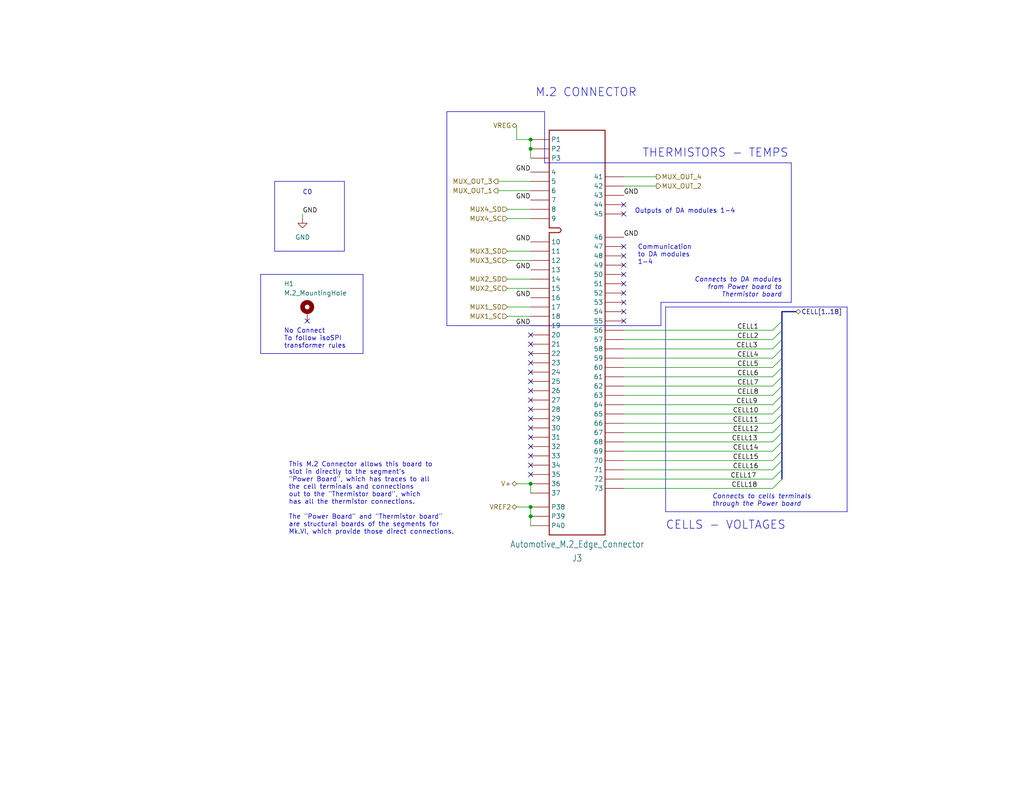
<source format=kicad_sch>
(kicad_sch (version 20231120) (generator "eeschema") (generator_version "8.0")
  (paper "A")
  (title_block (title "MkVI BMS Cell Supervisory Circuit") (date "2022-12-04") (rev "0") (company "Olin Electric Motorsports"))
  (lib_symbols
    (symbol "OEM:Automotive_M.2_Edge_Connector"
      (property "Reference" "J?" (at 1.27 49.53 0))
      (property "Value" "Automotive_M.2_Edge_Connector" (at 7.62 45.72 0))
      (symbol "Automotive_M.2_Edge_Connector_0_1"
        (arc (start -5.0436 15.2415) (mid -4.4198 15.8765) (end -5.0436 16.5115) (stroke (width 0.25)))
        (polyline (pts (xy -7.62 15.24) (xy -5.08 15.24)) (stroke (width 0.25)))
        (polyline (pts (xy -7.62 16.51) (xy -5.08 16.51)) (stroke (width 0.25)))
        (polyline (pts (xy -7.62 43.18) (xy -7.62 16.51)) (stroke (width 0.25)))
        (polyline (pts (xy 7.62 -67.31) (xy -7.62 -67.31)) (stroke (width 0.25)))
      )
      (symbol "Automotive_M.2_Edge_Connector_1_0"
        (polyline (pts (xy -7.62 -67.31) (xy -7.62 15.24)) (stroke (width 0.254)))
        (polyline (pts (xy 7.62 43.18) (xy -7.62 43.18)) (stroke (width 0.254)))
        (polyline (pts (xy 7.62 43.18) (xy 7.62 -67.31)) (stroke (width 0.254)))
        (pin bidirectional line (at -12.7 12.7 0) (length 5.08) (name "10") (number "10"))
        (pin bidirectional line (at -12.7 10.16 0) (length 5.08) (name "11") (number "11"))
        (pin bidirectional line (at -12.7 7.62 0) (length 5.08) (name "12") (number "12"))
        (pin bidirectional line (at -12.7 5.08 0) (length 5.08) (name "13") (number "13"))
        (pin bidirectional line (at -12.7 2.54 0) (length 5.08) (name "14") (number "14"))
        (pin bidirectional line (at -12.7 0 0) (length 5.08) (name "15") (number "15"))
        (pin bidirectional line (at -12.7 -2.54 0) (length 5.08) (name "16") (number "16"))
        (pin bidirectional line (at -12.7 -5.08 0) (length 5.08) (name "17") (number "17"))
        (pin bidirectional line (at -12.7 -7.62 0) (length 5.08) (name "18") (number "18"))
        (pin bidirectional line (at -12.7 -10.16 0) (length 5.08) (name "19") (number "19"))
        (pin bidirectional line (at -12.7 -12.7 0) (length 5.08) (name "20") (number "20"))
        (pin bidirectional line (at -12.7 -15.24 0) (length 5.08) (name "21") (number "21"))
        (pin bidirectional line (at -12.7 -17.78 0) (length 5.08) (name "22") (number "22"))
        (pin bidirectional line (at -12.7 -20.32 0) (length 5.08) (name "23") (number "23"))
        (pin bidirectional line (at -12.7 -22.86 0) (length 5.08) (name "24") (number "24"))
        (pin bidirectional line (at -12.7 -25.4 0) (length 5.08) (name "25") (number "25"))
        (pin bidirectional line (at -12.7 -27.94 0) (length 5.08) (name "26") (number "26"))
        (pin bidirectional line (at -12.7 -30.48 0) (length 5.08) (name "27") (number "27"))
        (pin bidirectional line (at -12.7 -33.02 0) (length 5.08) (name "28") (number "28"))
        (pin bidirectional line (at -12.7 -35.56 0) (length 5.08) (name "29") (number "29"))
        (pin bidirectional line (at -12.7 -38.1 0) (length 5.08) (name "30") (number "30"))
        (pin bidirectional line (at -12.7 -40.64 0) (length 5.08) (name "31") (number "31"))
        (pin bidirectional line (at -12.7 -43.18 0) (length 5.08) (name "32") (number "32"))
        (pin bidirectional line (at -12.7 -45.72 0) (length 5.08) (name "33") (number "33"))
        (pin bidirectional line (at -12.7 -48.26 0) (length 5.08) (name "34") (number "34"))
        (pin bidirectional line (at -12.7 -50.8 0) (length 5.08) (name "35") (number "35"))
        (pin bidirectional line (at -12.7 -53.34 0) (length 5.08) (name "36") (number "36"))
        (pin bidirectional line (at -12.7 -55.88 0) (length 5.08) (name "37") (number "37"))
        (pin bidirectional line (at -12.7 31.75 0) (length 5.08) (name "4") (number "4"))
        (pin bidirectional line (at 12.7 30.48 180) (length 5.08) (name "41") (number "41"))
        (pin bidirectional line (at 12.7 27.94 180) (length 5.08) (name "42") (number "42"))
        (pin bidirectional line (at 12.7 25.4 180) (length 5.08) (name "43") (number "43"))
        (pin bidirectional line (at 12.7 22.86 180) (length 5.08) (name "44") (number "44"))
        (pin bidirectional line (at 12.7 20.32 180) (length 5.08) (name "45") (number "45"))
        (pin bidirectional line (at 12.7 13.97 180) (length 5.08) (name "46") (number "46"))
        (pin bidirectional line (at 12.7 11.43 180) (length 5.08) (name "47") (number "47"))
        (pin bidirectional line (at 12.7 8.89 180) (length 5.08) (name "48") (number "48"))
        (pin bidirectional line (at 12.7 6.35 180) (length 5.08) (name "49") (number "49"))
        (pin bidirectional line (at -12.7 29.21 0) (length 5.08) (name "5") (number "5"))
        (pin bidirectional line (at 12.7 3.81 180) (length 5.08) (name "50") (number "50"))
        (pin bidirectional line (at 12.7 1.27 180) (length 5.08) (name "51") (number "51"))
        (pin bidirectional line (at 12.7 -1.27 180) (length 5.08) (name "52") (number "52"))
        (pin bidirectional line (at 12.7 -3.81 180) (length 5.08) (name "53") (number "53"))
        (pin bidirectional line (at 12.7 -6.35 180) (length 5.08) (name "54") (number "54"))
        (pin bidirectional line (at 12.7 -8.89 180) (length 5.08) (name "55") (number "55"))
        (pin bidirectional line (at 12.7 -11.43 180) (length 5.08) (name "56") (number "56"))
        (pin bidirectional line (at 12.7 -13.97 180) (length 5.08) (name "57") (number "57"))
        (pin bidirectional line (at 12.7 -16.51 180) (length 5.08) (name "58") (number "58"))
        (pin bidirectional line (at 12.7 -19.05 180) (length 5.08) (name "59") (number "59"))
        (pin bidirectional line (at -12.7 26.67 0) (length 5.08) (name "6") (number "6"))
        (pin bidirectional line (at 12.7 -21.59 180) (length 5.08) (name "60") (number "60"))
        (pin bidirectional line (at 12.7 -24.13 180) (length 5.08) (name "61") (number "61"))
        (pin bidirectional line (at 12.7 -26.67 180) (length 5.08) (name "62") (number "62"))
        (pin bidirectional line (at 12.7 -29.21 180) (length 5.08) (name "63") (number "63"))
        (pin bidirectional line (at 12.7 -31.75 180) (length 5.08) (name "64") (number "64"))
        (pin bidirectional line (at 12.7 -34.29 180) (length 5.08) (name "65") (number "65"))
        (pin bidirectional line (at 12.7 -36.83 180) (length 5.08) (name "66") (number "66"))
        (pin bidirectional line (at 12.7 -39.37 180) (length 5.08) (name "67") (number "67"))
        (pin bidirectional line (at 12.7 -41.91 180) (length 5.08) (name "68") (number "68"))
        (pin bidirectional line (at 12.7 -44.45 180) (length 5.08) (name "69") (number "69"))
        (pin bidirectional line (at -12.7 24.13 0) (length 5.08) (name "7") (number "7"))
        (pin bidirectional line (at 12.7 -46.99 180) (length 5.08) (name "70") (number "70"))
        (pin bidirectional line (at 12.7 -49.53 180) (length 5.08) (name "71") (number "71"))
        (pin bidirectional line (at 12.7 -52.07 180) (length 5.08) (name "72") (number "72"))
        (pin bidirectional line (at 12.7 -54.61 180) (length 5.08) (name "73") (number "73"))
        (pin bidirectional line (at -12.7 21.59 0) (length 5.08) (name "8") (number "8"))
        (pin bidirectional line (at -12.7 19.05 0) (length 5.08) (name "9") (number "9"))
        (pin bidirectional line (at -12.7 40.64 0) (length 5.08) (name "P1") (number "P1"))
        (pin bidirectional line (at -12.7 38.1 0) (length 5.08) (name "P2") (number "P2"))
        (pin bidirectional line (at -12.7 35.56 0) (length 5.08) (name "P3") (number "P3"))
        (pin bidirectional line (at -12.7 -59.69 0) (length 5.08) (name "P38") (number "P38"))
        (pin bidirectional line (at -12.7 -62.23 0) (length 5.08) (name "P39") (number "P39"))
        (pin bidirectional line (at -12.7 -64.77 0) (length 5.08) (name "P40") (number "P40"))
      )
    )
    (symbol "OEM:M.2_MountingHole" (pin_numbers hide) (pin_names (offset 1.016) hide) (in_bom no)
      (property "Reference" "H" (at 0 6.35 0))
      (property "Value" "M.2_MountingHole" (at 0 4.445 0))
      (symbol "M.2_MountingHole_0_1"
        (circle (center 0 1.27) (radius 1.27) (stroke (width 1.27)))
      )
      (symbol "M.2_MountingHole_1_1"
        (pin input line (at 0 -2.54 90) (length 2.54) (name "1") (number "1"))
      )
    )
    (symbol "power:GND" (power) (pin_names (offset 0))
      (property "Value" "GND" (at 0 -3.81 0))
      (symbol "GND_0_1"
        (polyline (pts (xy 0 0) (xy 0 -1.27) (xy 1.27 -1.27) (xy 0 -2.54) (xy -1.27 -1.27) (xy 0 -1.27)))
      )
      (symbol "GND_1_1"
        (pin power_in line (at 0 0 270) (length 0) hide (name "GND") (number "1"))
      )
    )
  )
  (junction (at 144.78 38.1))
  (junction (at 144.78 138.43))
  (junction (at 144.78 40.64))
  (junction (at 144.78 140.97))
  (junction (at 144.78 132.08))
  (no_connect (at 170.18 82.55))
  (no_connect (at 170.18 85.09))
  (no_connect (at 170.18 69.85))
  (no_connect (at 170.18 55.88))
  (no_connect (at 170.18 58.42))
  (no_connect (at 170.18 74.93))
  (no_connect (at 170.18 67.31))
  (no_connect (at 170.18 77.47))
  (no_connect (at 83.82 87.63))
  (no_connect (at 170.18 80.01))
  (no_connect (at 144.78 114.3))
  (no_connect (at 144.78 116.84))
  (no_connect (at 144.78 119.38))
  (no_connect (at 144.78 121.92))
  (no_connect (at 144.78 124.46))
  (no_connect (at 144.78 127))
  (no_connect (at 144.78 129.54))
  (no_connect (at 170.18 72.39))
  (no_connect (at 170.18 87.63))
  (no_connect (at 144.78 91.44))
  (no_connect (at 144.78 93.98))
  (no_connect (at 144.78 96.52))
  (no_connect (at 144.78 99.06))
  (no_connect (at 144.78 101.6))
  (no_connect (at 144.78 104.14))
  (no_connect (at 144.78 106.68))
  (no_connect (at 144.78 109.22))
  (no_connect (at 144.78 111.76))
  (bus_entry (at 213.36 102.87) (size -2.54 2.54))
  (bus_entry (at 213.36 95.25) (size -2.54 2.54))
  (bus_entry (at 213.36 105.41) (size -2.54 2.54))
  (bus_entry (at 213.36 130.81) (size -2.54 2.54))
  (bus_entry (at 213.36 97.79) (size -2.54 2.54))
  (bus_entry (at 213.36 123.19) (size -2.54 2.54))
  (bus_entry (at 213.36 110.49) (size -2.54 2.54))
  (bus_entry (at 213.36 113.03) (size -2.54 2.54))
  (bus_entry (at 213.36 92.71) (size -2.54 2.54))
  (bus_entry (at 213.36 125.73) (size -2.54 2.54))
  (bus_entry (at 213.36 100.33) (size -2.54 2.54))
  (bus_entry (at 213.36 87.63) (size -2.54 2.54))
  (bus_entry (at 213.36 90.17) (size -2.54 2.54))
  (bus_entry (at 213.36 115.57) (size -2.54 2.54))
  (bus_entry (at 213.36 120.65) (size -2.54 2.54))
  (bus_entry (at 213.36 118.11) (size -2.54 2.54))
  (bus_entry (at 213.36 107.95) (size -2.54 2.54))
  (bus_entry (at 213.36 128.27) (size -2.54 2.54))
  (wire (pts (xy 210.82 110.49) (xy 170.18 110.49)))
  (polyline (pts (xy 215.9 82.55) (xy 180.34 82.55)))
  (wire (pts (xy 135.89 52.07) (xy 144.78 52.07)))
  (bus (pts (xy 213.36 87.63) (xy 213.36 90.17)))
  (wire (pts (xy 210.82 133.35) (xy 170.18 133.35)))
  (bus (pts (xy 213.36 90.17) (xy 213.36 92.71)))
  (bus (pts (xy 213.36 120.65) (xy 213.36 123.19)))
  (bus (pts (xy 213.36 115.57) (xy 213.36 118.11)))
  (wire (pts (xy 140.97 38.1) (xy 144.78 38.1)))
  (polyline (pts (xy 121.92 44.45) (xy 121.92 88.9)))
  (wire (pts (xy 138.43 57.15) (xy 144.78 57.15)))
  (polyline (pts (xy 74.93 49.53) (xy 93.98 49.53)))
  (polyline (pts (xy 71.12 96.52) (xy 99.06 96.52)))
  (wire (pts (xy 138.43 71.12) (xy 144.78 71.12)))
  (wire (pts (xy 210.82 107.95) (xy 170.18 107.95)))
  (polyline (pts (xy 121.92 44.45) (xy 121.92 30.48)))
  (polyline (pts (xy 215.9 82.55) (xy 215.9 44.45)))
  (polyline (pts (xy 121.92 30.48) (xy 148.59 30.48)))
  (polyline (pts (xy 74.93 49.53) (xy 74.93 68.58)))
  (bus (pts (xy 213.36 102.87) (xy 213.36 105.41)))
  (polyline (pts (xy 99.06 96.52) (xy 99.06 74.93)))
  (bus (pts (xy 213.36 100.33) (xy 213.36 102.87)))
  (wire (pts (xy 210.82 97.79) (xy 170.18 97.79)))
  (bus (pts (xy 213.36 123.19) (xy 213.36 125.73)))
  (polyline (pts (xy 148.59 44.45) (xy 215.9 44.45)))
  (wire (pts (xy 82.55 58.42) (xy 82.55 59.69)))
  (polyline (pts (xy 181.61 139.7) (xy 181.61 83.82)))
  (bus (pts (xy 213.36 125.73) (xy 213.36 128.27)))
  (wire (pts (xy 210.82 100.33) (xy 170.18 100.33)))
  (wire (pts (xy 210.82 123.19) (xy 170.18 123.19)))
  (wire (pts (xy 140.97 132.08) (xy 144.78 132.08)))
  (wire (pts (xy 210.82 120.65) (xy 170.18 120.65)))
  (wire (pts (xy 135.89 49.53) (xy 144.78 49.53)))
  (wire (pts (xy 140.97 34.29) (xy 140.97 38.1)))
  (bus (pts (xy 213.36 118.11) (xy 213.36 120.65)))
  (bus (pts (xy 213.36 95.25) (xy 213.36 97.79)))
  (wire (pts (xy 179.07 50.8) (xy 170.18 50.8)))
  (bus (pts (xy 217.17 85.09) (xy 213.36 85.09)))
  (wire (pts (xy 210.82 118.11) (xy 170.18 118.11)))
  (wire (pts (xy 210.82 105.41) (xy 170.18 105.41)))
  (polyline (pts (xy 231.14 139.7) (xy 181.61 139.7)))
  (wire (pts (xy 144.78 40.64) (xy 144.78 43.18)))
  (polyline (pts (xy 93.98 68.58) (xy 93.98 49.53)))
  (bus (pts (xy 213.36 113.03) (xy 213.36 115.57)))
  (wire (pts (xy 210.82 128.27) (xy 170.18 128.27)))
  (polyline (pts (xy 181.61 83.82) (xy 231.14 83.82)))
  (polyline (pts (xy 71.12 74.93) (xy 71.12 96.52)))
  (polyline (pts (xy 121.92 88.9) (xy 180.34 88.9)))
  (bus (pts (xy 213.36 97.79) (xy 213.36 100.33)))
  (wire (pts (xy 210.82 113.03) (xy 170.18 113.03)))
  (polyline (pts (xy 148.59 30.48) (xy 148.59 44.45)))
  (polyline (pts (xy 74.93 68.58) (xy 93.98 68.58)))
  (wire (pts (xy 138.43 83.82) (xy 144.78 83.82)))
  (wire (pts (xy 179.07 48.26) (xy 170.18 48.26)))
  (wire (pts (xy 140.97 138.43) (xy 144.78 138.43)))
  (polyline (pts (xy 71.12 74.93) (xy 99.06 74.93)))
  (wire (pts (xy 138.43 86.36) (xy 144.78 86.36)))
  (polyline (pts (xy 231.14 83.82) (xy 231.14 139.7)))
  (wire (pts (xy 138.43 68.58) (xy 144.78 68.58)))
  (bus (pts (xy 213.36 107.95) (xy 213.36 110.49)))
  (wire (pts (xy 144.78 132.08) (xy 144.78 134.62)))
  (bus (pts (xy 213.36 92.71) (xy 213.36 95.25)))
  (bus (pts (xy 213.36 85.09) (xy 213.36 87.63)))
  (wire (pts (xy 144.78 38.1) (xy 144.78 40.64)))
  (wire (pts (xy 210.82 115.57) (xy 170.18 115.57)))
  (wire (pts (xy 144.78 138.43) (xy 144.78 140.97)))
  (wire (pts (xy 210.82 95.25) (xy 170.18 95.25)))
  (wire (pts (xy 210.82 90.17) (xy 170.18 90.17)))
  (bus (pts (xy 213.36 105.41) (xy 213.36 107.95)))
  (bus (pts (xy 213.36 110.49) (xy 213.36 113.03)))
  (bus (pts (xy 213.36 128.27) (xy 213.36 130.81)))
  (wire (pts (xy 210.82 125.73) (xy 170.18 125.73)))
  (wire (pts (xy 144.78 140.97) (xy 144.78 143.51)))
  (wire (pts (xy 138.43 78.74) (xy 144.78 78.74)))
  (wire (pts (xy 138.43 76.2) (xy 144.78 76.2)))
  (wire (pts (xy 210.82 92.71) (xy 170.18 92.71)))
  (wire (pts (xy 210.82 130.81) (xy 170.18 130.81)))
  (wire (pts (xy 210.82 102.87) (xy 170.18 102.87)))
  (polyline (pts (xy 180.34 82.55) (xy 180.34 88.9)))
  (wire (pts (xy 138.43 59.69) (xy 144.78 59.69)))
  (text "C0" (at 82.55 53.34 0) (effects (font (size 1.27 1.27)) (justify left bottom)))
  (text "This M.2 Connector allows this board to\nslot in directly to the segment's\n\"Power Board\", which has traces to all\nthe cell terminals and connections\nout to the \"Thermistor board\", which\nhas all the thermistor connections.\n\nThe \"Power Board\" and \"Thermistor board\"\nare structural boards of the segments for\nMk.VI, which provide those direct connections." (at 78.74 146.05 0) (effects (font (size 1.27 1.27)) (justify left bottom)))
  (text "Connects to DA modules\nfrom Power board to\nThermistor board" (at 213.36 81.28 0) (effects (font (size 1.27 1.27) (italic yes)) (justify right bottom)))
  (text "No Connect\nTo follow isoSPI\ntransformer rules" (at 77.47 95.25 0) (effects (font (size 1.27 1.27)) (justify left bottom)))
  (text "Communication\nto DA modules\n1-4" (at 173.99 72.39 0) (effects (font (size 1.27 1.27)) (justify left bottom)))
  (text "Connects to cells terminals\nthrough the Power board" (at 194.31 138.43 0) (effects (font (size 1.27 1.27) (italic yes)) (justify left bottom)))
  (text "THERMISTORS - TEMPS" (at 175.26 43.18 0) (effects (font (size 2.2606 2.2606)) (justify left bottom)))
  (text "M.2 CONNECTOR" (at 146.05 26.67 0) (effects (font (size 2.2606 2.2606)) (justify left bottom)))
  (text "CELLS - VOLTAGES" (at 181.61 144.78 0) (effects (font (size 2.2606 2.2606)) (justify left bottom)))
  (text "Outputs of DA modules 1-4" (at 200.66 58.42 0) (effects (font (size 1.27 1.27)) (justify right bottom)))
  (label "CELL9" (at 206.7315 110.49 180))
  (label "CELL1" (at 207.01 90.17 180))
  (label "CELL2" (at 207.01 92.71 180))
  (label "GND" (at 144.78 46.99 180))
  (label "CELL4" (at 207.01 97.79 180))
  (label "CELL10" (at 207.01 113.03 180))
  (label "CELL6" (at 207.01 102.87 180))
  (label "CELL7" (at 207.01 105.41 180))
  (label "GND" (at 144.78 54.61 180))
  (label "GND" (at 170.18 53.34 0))
  (label "CELL15" (at 207.01 125.73 180))
  (label "CELL5" (at 207.01 100.33 180))
  (label "GND" (at 82.55 58.42 0))
  (label "GND" (at 144.78 88.9 180))
  (label "CELL8" (at 207.01 107.95 180))
  (label "GND" (at 144.78 81.28 180))
  (label "CELL16" (at 207.01 128.27 180))
  (label "CELL18" (at 206.6609 133.35 180))
  (label "GND" (at 170.18 64.77 0))
  (label "CELL17" (at 206.3824 130.81 180))
  (label "GND" (at 144.78 73.66 180))
  (label "CELL11" (at 207.01 115.57 180))
  (label "CELL3" (at 206.7315 95.25 180))
  (label "CELL12" (at 207.01 118.11 180))
  (label "GND" (at 144.78 66.04 180))
  (label "CELL13" (at 206.7315 120.65 180))
  (label "CELL14" (at 207.01 123.19 180))
  (hierarchical_label "MUX3_SC" (shape input) (at 138.43 71.12 180))
  (hierarchical_label "MUX_OUT_3" (shape output) (at 135.89 49.53 180))
  (hierarchical_label "MUX4_SC" (shape input) (at 138.43 59.69 180))
  (hierarchical_label "MUX1_SD" (shape input) (at 138.43 83.82 180))
  (hierarchical_label "MUX_OUT_2" (shape output) (at 179.07 50.8 0))
  (hierarchical_label "V+" (shape bidirectional) (at 140.97 132.08 180))
  (hierarchical_label "MUX3_SD" (shape input) (at 138.43 68.58 180))
  (hierarchical_label "MUX2_SC" (shape input) (at 138.43 78.74 180))
  (hierarchical_label "VREF2" (shape bidirectional) (at 140.97 138.43 180))
  (hierarchical_label "MUX_OUT_1" (shape output) (at 135.89 52.07 180))
  (hierarchical_label "MUX2_SD" (shape input) (at 138.43 76.2 180))
  (hierarchical_label "MUX1_SC" (shape input) (at 138.43 86.36 180))
  (hierarchical_label "VREG" (shape bidirectional) (at 140.97 34.29 180))
  (hierarchical_label "MUX_OUT_4" (shape output) (at 179.07 48.26 0))
  (hierarchical_label "MUX4_SD" (shape input) (at 138.43 57.15 180))
  (hierarchical_label "CELL[1..18]" (shape bidirectional) (at 217.17 85.09 0))
  (symbol (lib_id "OEM:M.2_MountingHole") (at 83.82 85.09 0) (unit 1) (in_bom no)
    (property "Reference" "H1" (at 77.47 77.47 0) (effects (justify left)))
    (property "Value" "M.2_MountingHole" (at 77.47 80.01 0) (effects (justify left)))
    (property "Footprint" "OEM:M.2_Mount" (effects (hide yes)))
  )
  (symbol (lib_id "OEM:Automotive_M.2_Edge_Connector") (at 157.48 78.74 0) (unit 1) (in_bom no)
    (property "Reference" "J3" (at 157.48 152.4 0) (effects (font (size 1.778 1.5113))))
    (property "Value" "Automotive_M.2_Edge_Connector" (at 157.48 148.59 0) (effects (font (size 1.778 1.5113))))
    (property "Footprint" "footprints:Automotive_M.2_Edge_Connector" (effects (hide yes)))
    (property "MPN" "N/A" (effects (hide yes)))
    (property "MFN" "N/A" (effects (hide yes)))
    (property "DKPN" "N/A" (effects (hide yes)))
    (property "NewDesigns" "YES" (effects (hide yes)))
    (property "Stocked" "N/A" (effects (hide yes)))
    (property "Package" "N/A" (effects (hide yes)))
    (property "Style" "Edge Connector" (effects (hide yes)))
  )
  (symbol (lib_id "power:GND") (at 82.55 59.69 0) (unit 1)
    (property "Reference" "#PWR?" (effects (hide yes)))
    (property "Value" "GND" (at 82.55 64.77 0))
  )
)
</source>
